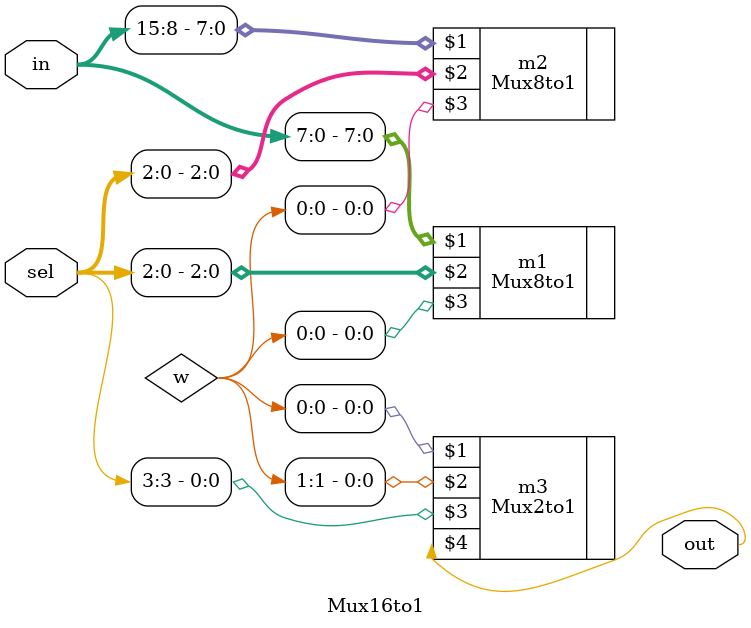
<source format=v>
`timescale 1ns / 1ps
module Mux16to1(
	input [15:0]in,
	input [3:0]sel, // select
	output out );
	
	wire [1:0]w;
	
	Mux8to1 m1(in[7:0], sel[2:0], w[0]);
	Mux8to1 m2(in[15:8], sel[2:0], w[0]);
	Mux2to1 m3(w[0], w[1], sel[3], out);
	
endmodule

</source>
